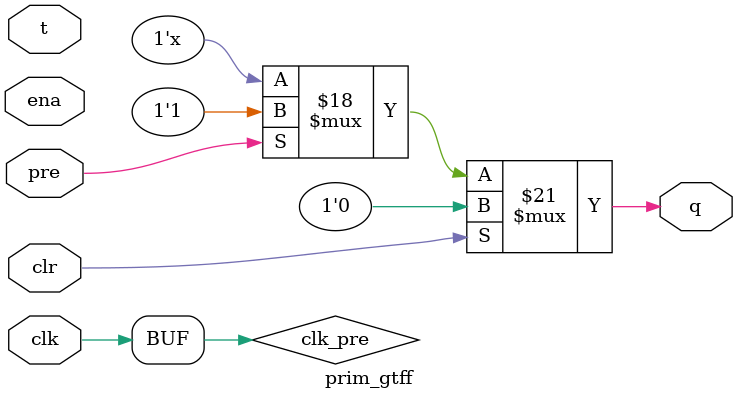
<source format=v>
module prim_gtff (q, t, clk, ena, clr, pre );
    input t,clk,ena,clr,pre;
    output q;
    reg q;
    reg clk_pre;
    initial q = 1'b0;
    always@ (clk or clr or pre)
    begin
        if (clr ==  1'b1)
            q <= 1'b0;
        else if (pre == 1'b1)
            q <= 1'b1;
        else if ((clk == 1'b1) && (clk_pre == 1'b0))
        begin
            if (ena == 1'b1)
            begin
                if (t == 1'b1)
                    q <= ~q;
            end
        end
        clk_pre <= clk;
    end
endmodule
</source>
